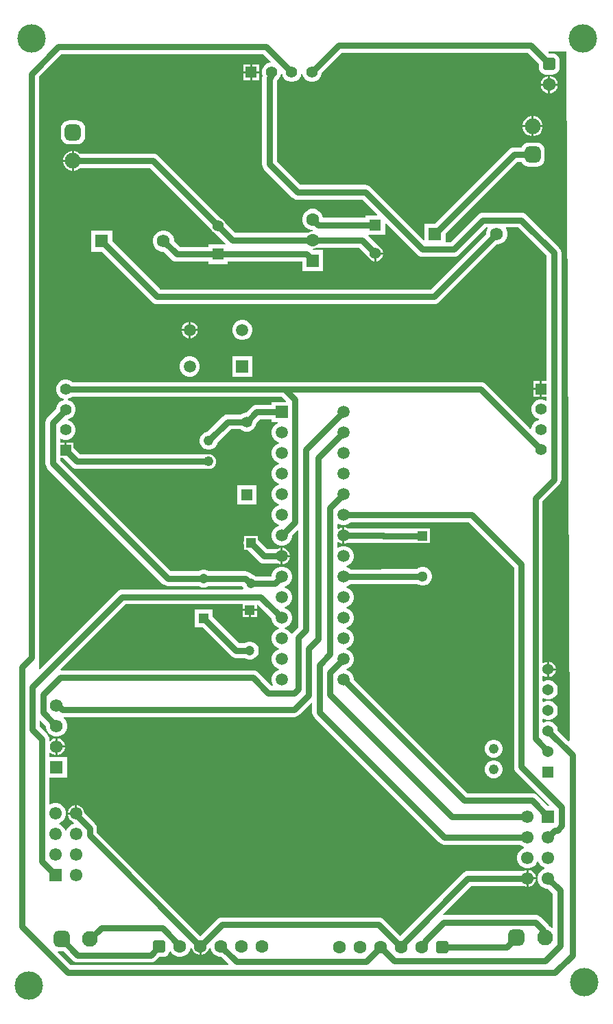
<source format=gbl>
G04*
G04 #@! TF.GenerationSoftware,Altium Limited,Altium Designer,23.1.1 (15)*
G04*
G04 Layer_Physical_Order=2*
G04 Layer_Color=16711680*
%FSLAX44Y44*%
%MOMM*%
G71*
G04*
G04 #@! TF.SameCoordinates,903AE006-7F47-48BF-86F7-E966476BCC6D*
G04*
G04*
G04 #@! TF.FilePolarity,Positive*
G04*
G01*
G75*
%ADD42R,1.4000X1.4000*%
%ADD43C,1.4000*%
%ADD44R,1.5700X1.5700*%
%ADD45C,1.5700*%
%ADD46R,1.4000X1.4000*%
%ADD47C,1.2000*%
%ADD48R,1.2000X1.2000*%
%ADD49R,1.3000X1.3000*%
%ADD50C,1.3000*%
%ADD51C,0.8000*%
%ADD52C,3.5000*%
%ADD53C,1.2100*%
G04:AMPARAMS|DCode=54|XSize=1.95mm|YSize=1.95mm|CornerRadius=0.4875mm|HoleSize=0mm|Usage=FLASHONLY|Rotation=0.000|XOffset=0mm|YOffset=0mm|HoleType=Round|Shape=RoundedRectangle|*
%AMROUNDEDRECTD54*
21,1,1.9500,0.9750,0,0,0.0*
21,1,0.9750,1.9500,0,0,0.0*
1,1,0.9750,0.4875,-0.4875*
1,1,0.9750,-0.4875,-0.4875*
1,1,0.9750,-0.4875,0.4875*
1,1,0.9750,0.4875,0.4875*
%
%ADD54ROUNDEDRECTD54*%
%ADD55C,1.9500*%
%ADD56R,1.5000X1.5000*%
%ADD57C,1.5000*%
%ADD58R,1.5800X1.5800*%
%ADD59C,1.5800*%
%ADD60R,1.4980X1.4980*%
%ADD61C,1.4980*%
%ADD62R,1.3700X1.3700*%
%ADD63C,1.3700*%
G04:AMPARAMS|DCode=64|XSize=1.95mm|YSize=1.95mm|CornerRadius=0.4875mm|HoleSize=0mm|Usage=FLASHONLY|Rotation=90.000|XOffset=0mm|YOffset=0mm|HoleType=Round|Shape=RoundedRectangle|*
%AMROUNDEDRECTD64*
21,1,1.9500,0.9750,0,0,90.0*
21,1,0.9750,1.9500,0,0,90.0*
1,1,0.9750,0.4875,0.4875*
1,1,0.9750,0.4875,-0.4875*
1,1,0.9750,-0.4875,-0.4875*
1,1,0.9750,-0.4875,0.4875*
%
%ADD64ROUNDEDRECTD64*%
%ADD65C,1.6000*%
%ADD66R,1.6000X1.6000*%
G04:AMPARAMS|DCode=67|XSize=1.6mm|YSize=1.6mm|CornerRadius=0.4mm|HoleSize=0mm|Usage=FLASHONLY|Rotation=270.000|XOffset=0mm|YOffset=0mm|HoleType=Round|Shape=RoundedRectangle|*
%AMROUNDEDRECTD67*
21,1,1.6000,0.8000,0,0,270.0*
21,1,0.8000,1.6000,0,0,270.0*
1,1,0.8000,-0.4000,-0.4000*
1,1,0.8000,-0.4000,0.4000*
1,1,0.8000,0.4000,0.4000*
1,1,0.8000,0.4000,-0.4000*
%
%ADD67ROUNDEDRECTD67*%
%ADD68R,1.3500X1.3500*%
%ADD69C,1.3500*%
G04:AMPARAMS|DCode=70|XSize=1.6mm|YSize=1.6mm|CornerRadius=0.4mm|HoleSize=0mm|Usage=FLASHONLY|Rotation=180.000|XOffset=0mm|YOffset=0mm|HoleType=Round|Shape=RoundedRectangle|*
%AMROUNDEDRECTD70*
21,1,1.6000,0.8000,0,0,180.0*
21,1,0.8000,1.6000,0,0,180.0*
1,1,0.8000,-0.4000,0.4000*
1,1,0.8000,0.4000,0.4000*
1,1,0.8000,0.4000,-0.4000*
1,1,0.8000,-0.4000,-0.4000*
%
%ADD70ROUNDEDRECTD70*%
%ADD71C,1.5500*%
%ADD72R,1.5500X1.5500*%
G36*
X922950Y545699D02*
X921777Y545211D01*
X908470Y558518D01*
Y559090D01*
X907662Y562104D01*
X906102Y564806D01*
X903896Y567012D01*
X901194Y568572D01*
X898180Y569380D01*
X895060D01*
X892046Y568572D01*
X890796Y567850D01*
X889696Y568485D01*
Y571975D01*
X890796Y572610D01*
X892046Y571888D01*
X895060Y571080D01*
X898180D01*
X901194Y571888D01*
X903896Y573448D01*
X906102Y575654D01*
X907662Y578356D01*
X908470Y581370D01*
Y584490D01*
X907662Y587504D01*
X906102Y590206D01*
X903896Y592412D01*
X901194Y593972D01*
X898180Y594780D01*
X895060D01*
X892046Y593972D01*
X890796Y593250D01*
X889696Y593885D01*
Y597375D01*
X890796Y598010D01*
X892046Y597288D01*
X895060Y596480D01*
X898180D01*
X901194Y597288D01*
X903896Y598848D01*
X906102Y601054D01*
X907662Y603756D01*
X908470Y606770D01*
Y609890D01*
X907662Y612904D01*
X906102Y615606D01*
X903896Y617812D01*
X901194Y619372D01*
X898180Y620180D01*
X895060D01*
X892046Y619372D01*
X890796Y618650D01*
X889696Y619285D01*
Y625736D01*
X890156Y625927D01*
X890966Y626152D01*
X892996Y624980D01*
X895350Y624349D01*
Y633730D01*
Y643111D01*
X892996Y642480D01*
X890966Y641308D01*
X890156Y641533D01*
X889696Y641724D01*
Y841044D01*
X910151Y861499D01*
X911593Y863379D01*
X912500Y865568D01*
X912810Y867918D01*
Y1147826D01*
X912500Y1150175D01*
X911593Y1152365D01*
X910151Y1154245D01*
X910151Y1154245D01*
X870019Y1194377D01*
X868139Y1195819D01*
X865949Y1196726D01*
X863600Y1197036D01*
X816102D01*
X813753Y1196726D01*
X811563Y1195819D01*
X809683Y1194377D01*
X776274Y1160968D01*
X769820D01*
Y1171002D01*
X858470Y1259652D01*
X863747D01*
X864069Y1258875D01*
X865652Y1256812D01*
X867715Y1255229D01*
X870117Y1254234D01*
X872695Y1253895D01*
X882445D01*
X885023Y1254234D01*
X887425Y1255229D01*
X889488Y1256812D01*
X891071Y1258875D01*
X892066Y1261277D01*
X892405Y1263855D01*
Y1273605D01*
X892066Y1276183D01*
X891071Y1278585D01*
X889488Y1280648D01*
X887425Y1282231D01*
X885023Y1283226D01*
X882445Y1283565D01*
X872695D01*
X870117Y1283226D01*
X867715Y1282231D01*
X865652Y1280648D01*
X864069Y1278585D01*
X863747Y1277808D01*
X854710D01*
X852361Y1277498D01*
X850171Y1276591D01*
X848291Y1275149D01*
X756982Y1183840D01*
X744020D01*
Y1164047D01*
X742847Y1163561D01*
X677741Y1228667D01*
X675861Y1230109D01*
X673671Y1231016D01*
X671322Y1231326D01*
X590754D01*
X561528Y1260552D01*
Y1360172D01*
X561633Y1360309D01*
X562358Y1360728D01*
X564592Y1362962D01*
X566172Y1365698D01*
X566833Y1368163D01*
X568148D01*
X568808Y1365698D01*
X570388Y1362962D01*
X572622Y1360728D01*
X575358Y1359148D01*
X578410Y1358330D01*
X581570D01*
X584622Y1359148D01*
X587358Y1360728D01*
X589593Y1362962D01*
X591172Y1365698D01*
X591833Y1368162D01*
X593148D01*
X593808Y1365698D01*
X595387Y1362962D01*
X597622Y1360728D01*
X600358Y1359148D01*
X603410Y1358330D01*
X606570D01*
X609622Y1359148D01*
X612358Y1360728D01*
X614592Y1362962D01*
X616172Y1365698D01*
X616990Y1368750D01*
Y1369492D01*
X641770Y1394272D01*
X871270D01*
X884812Y1380730D01*
Y1376490D01*
X885122Y1374140D01*
X886029Y1371951D01*
X887471Y1370071D01*
X889351Y1368629D01*
X891541Y1367722D01*
X893890Y1367412D01*
X901890D01*
X904240Y1367722D01*
X906429Y1368629D01*
X908309Y1370071D01*
X909751Y1371951D01*
X910658Y1374140D01*
X910968Y1376490D01*
Y1384490D01*
X910658Y1386839D01*
X909751Y1389029D01*
X908309Y1390909D01*
X906429Y1392351D01*
X904240Y1393258D01*
X901890Y1393568D01*
X897650D01*
X896661Y1394557D01*
X897147Y1395730D01*
X919480D01*
X922950Y545699D01*
D02*
G37*
G36*
X553979Y1383503D02*
X553493Y1382330D01*
X553410D01*
X550358Y1381512D01*
X547622Y1379932D01*
X545388Y1377698D01*
X543808Y1374962D01*
X542990Y1371910D01*
Y1368750D01*
X543726Y1366004D01*
X543682Y1365897D01*
X543682Y1365896D01*
X543681Y1365895D01*
X543527Y1364719D01*
X543372Y1363547D01*
Y1256792D01*
X543682Y1254443D01*
X544589Y1252253D01*
X546031Y1250373D01*
X580575Y1215829D01*
X580575Y1215829D01*
X582455Y1214387D01*
X584645Y1213480D01*
X586994Y1213170D01*
X667562D01*
X685749Y1194984D01*
X685263Y1193810D01*
X671260D01*
Y1190888D01*
X618668D01*
X617904Y1193738D01*
X616193Y1196702D01*
X613772Y1199123D01*
X610808Y1200834D01*
X607501Y1201720D01*
X604078D01*
X600772Y1200834D01*
X597808Y1199123D01*
X595387Y1196702D01*
X593676Y1193738D01*
X592790Y1190432D01*
Y1187009D01*
X593676Y1183702D01*
X595387Y1180738D01*
X597808Y1178317D01*
X600772Y1176606D01*
X604078Y1175720D01*
X605578D01*
X606071Y1175130D01*
X605477Y1173860D01*
X604402D01*
X601722Y1173142D01*
X600433Y1172398D01*
X510210D01*
X497477Y1185131D01*
X496584Y1186678D01*
X494808Y1188454D01*
X493261Y1189347D01*
X415079Y1267529D01*
X413199Y1268971D01*
X411009Y1269878D01*
X408660Y1270188D01*
X318183D01*
X317426Y1270944D01*
X314624Y1272562D01*
X311498Y1273400D01*
X311150D01*
Y1261110D01*
Y1248820D01*
X311498D01*
X314624Y1249658D01*
X317426Y1251276D01*
X318183Y1252032D01*
X404900D01*
X480423Y1176509D01*
X481316Y1174962D01*
X483092Y1173186D01*
X484639Y1172293D01*
X497939Y1158993D01*
X497453Y1157820D01*
X476950D01*
Y1154898D01*
X441580D01*
X434540Y1161938D01*
Y1163699D01*
X433661Y1166979D01*
X431963Y1169921D01*
X429561Y1172323D01*
X426619Y1174021D01*
X423338Y1174900D01*
X419942D01*
X416661Y1174021D01*
X413719Y1172323D01*
X411317Y1169921D01*
X409619Y1166979D01*
X408740Y1163699D01*
Y1160302D01*
X409619Y1157021D01*
X411317Y1154080D01*
X413719Y1151678D01*
X416661Y1149979D01*
X419942Y1149100D01*
X421702D01*
X431401Y1139401D01*
X433282Y1137959D01*
X435471Y1137052D01*
X437820Y1136742D01*
X476950D01*
Y1133820D01*
X500950D01*
Y1136742D01*
X592790D01*
Y1124920D01*
X618790D01*
Y1150920D01*
X606107D01*
X605657Y1151510D01*
X606285Y1152780D01*
X607178D01*
X609858Y1153498D01*
X611147Y1154242D01*
X662990D01*
X674733Y1142499D01*
X675626Y1140952D01*
X677402Y1139176D01*
X679578Y1137920D01*
X681990Y1137274D01*
Y1146810D01*
X683260D01*
Y1148080D01*
X692796D01*
X692150Y1150492D01*
X690894Y1152668D01*
X689118Y1154444D01*
X687571Y1155337D01*
X674368Y1168540D01*
X674894Y1169810D01*
X695260D01*
Y1183813D01*
X696433Y1184299D01*
X735261Y1145471D01*
X735261Y1145471D01*
X737141Y1144028D01*
X739331Y1143122D01*
X741680Y1142812D01*
X741680Y1142812D01*
X780034D01*
X782383Y1143122D01*
X784573Y1144028D01*
X786453Y1145471D01*
X819862Y1178880D01*
X821342D01*
X822076Y1177610D01*
X821099Y1175919D01*
X820220Y1172638D01*
Y1170878D01*
X751890Y1102548D01*
X417730D01*
X358340Y1161938D01*
Y1174900D01*
X332540D01*
Y1149100D01*
X345502D01*
X407551Y1087051D01*
X409431Y1085609D01*
X411621Y1084702D01*
X413970Y1084392D01*
X755650D01*
X757999Y1084702D01*
X760189Y1085609D01*
X762069Y1087051D01*
X833058Y1158040D01*
X834818D01*
X838099Y1158919D01*
X841041Y1160618D01*
X843443Y1163019D01*
X845141Y1165961D01*
X846020Y1169242D01*
Y1172638D01*
X845141Y1175919D01*
X844165Y1177610D01*
X844898Y1178880D01*
X859840D01*
X894654Y1144066D01*
Y989180D01*
X889000D01*
Y979640D01*
Y970100D01*
X894654D01*
Y965769D01*
X893555Y965134D01*
X892362Y965822D01*
X889310Y966640D01*
X886150D01*
X883098Y965822D01*
X880362Y964243D01*
X878128Y962008D01*
X876548Y959272D01*
X875730Y956220D01*
Y953060D01*
X876548Y950008D01*
X878128Y947272D01*
X880362Y945038D01*
X883098Y943458D01*
X885563Y942797D01*
Y941483D01*
X883098Y940822D01*
X880362Y939242D01*
X878128Y937008D01*
X876548Y934272D01*
X875730Y931220D01*
Y931137D01*
X874557Y930651D01*
X819619Y985589D01*
X817739Y987031D01*
X815549Y987938D01*
X813200Y988248D01*
X308883D01*
X308358Y988772D01*
X305622Y990352D01*
X302570Y991170D01*
X299410D01*
X296358Y990352D01*
X293622Y988772D01*
X291388Y986538D01*
X289808Y983802D01*
X288990Y980750D01*
Y977590D01*
X289808Y974538D01*
X291388Y971802D01*
X293622Y969568D01*
X296358Y967988D01*
X298823Y967327D01*
Y966012D01*
X296358Y965352D01*
X293622Y963772D01*
X291388Y961538D01*
X289808Y958802D01*
X288990Y955750D01*
Y955007D01*
X278569Y944587D01*
X277127Y942707D01*
X276220Y940517D01*
X275910Y938168D01*
Y887984D01*
X276220Y885635D01*
X277127Y883445D01*
X278569Y881565D01*
X420793Y739341D01*
X422673Y737899D01*
X424862Y736992D01*
X427212Y736683D01*
X464893D01*
X466924Y735510D01*
X469722Y734760D01*
X472618D01*
X475416Y735510D01*
X477447Y736683D01*
X518968D01*
X519340Y735294D01*
X520384Y733486D01*
X519650Y732216D01*
X370834D01*
X368485Y731906D01*
X366296Y731000D01*
X364416Y729557D01*
X269143Y634285D01*
X267970Y634771D01*
Y1365112D01*
X295860Y1393002D01*
X544480D01*
X553979Y1383503D01*
D02*
G37*
G36*
X572929Y964903D02*
X572443Y963730D01*
X555190D01*
Y960308D01*
X536660D01*
X534310Y959998D01*
X532121Y959091D01*
X530241Y957649D01*
X523422Y950830D01*
X522963D01*
X519975Y950029D01*
X517295Y948483D01*
X516971Y948158D01*
X500930D01*
X498581Y947849D01*
X496391Y946942D01*
X494511Y945499D01*
X475610Y926598D01*
X473255Y925967D01*
X470735Y924512D01*
X468678Y922455D01*
X467223Y919935D01*
X466470Y917125D01*
Y914215D01*
X467223Y911405D01*
X468678Y908885D01*
X470735Y906828D01*
X473255Y905373D01*
X476065Y904620D01*
X478975D01*
X481785Y905373D01*
X484305Y906828D01*
X486362Y908885D01*
X487817Y911405D01*
X488448Y913760D01*
X504690Y930003D01*
X516971D01*
X517295Y929678D01*
X519975Y928131D01*
X522963Y927330D01*
X526057D01*
X529045Y928131D01*
X531725Y929678D01*
X533912Y931865D01*
X535459Y934545D01*
X536260Y937533D01*
Y937992D01*
X540420Y942152D01*
X555190D01*
Y938730D01*
X562630D01*
X562865Y937478D01*
X560015Y935833D01*
X557687Y933505D01*
X556042Y930655D01*
X555190Y927476D01*
Y924184D01*
X556042Y921005D01*
X557687Y918155D01*
X560015Y915827D01*
X562865Y914182D01*
X564337Y913787D01*
Y912473D01*
X562865Y912078D01*
X560015Y910433D01*
X557687Y908105D01*
X556042Y905255D01*
X555190Y902076D01*
Y898784D01*
X556042Y895605D01*
X557687Y892755D01*
X560015Y890427D01*
X562865Y888782D01*
X564337Y888387D01*
Y887073D01*
X562865Y886678D01*
X560015Y885033D01*
X557687Y882705D01*
X556042Y879855D01*
X555190Y876676D01*
Y873384D01*
X556042Y870205D01*
X557687Y867355D01*
X560015Y865027D01*
X562865Y863382D01*
X564337Y862987D01*
Y861673D01*
X562865Y861278D01*
X560015Y859632D01*
X557687Y857305D01*
X556042Y854455D01*
X555190Y851276D01*
Y847984D01*
X556042Y844805D01*
X557687Y841955D01*
X560015Y839628D01*
X562865Y837982D01*
X564337Y837587D01*
Y836273D01*
X562865Y835878D01*
X560015Y834232D01*
X557687Y831905D01*
X556042Y829055D01*
X555190Y825876D01*
Y822584D01*
X556042Y819405D01*
X557687Y816555D01*
X560015Y814228D01*
X562865Y812582D01*
X564337Y812187D01*
Y810873D01*
X562865Y810478D01*
X560015Y808832D01*
X557687Y806505D01*
X556042Y803655D01*
X555190Y800476D01*
Y797184D01*
X556042Y794005D01*
X557687Y791155D01*
X560015Y788828D01*
X562865Y787182D01*
X566044Y786330D01*
X569336D01*
X572515Y787182D01*
X575365Y788828D01*
X577692Y791155D01*
X579338Y794005D01*
X580190Y797184D01*
Y798492D01*
X587157Y805459D01*
X588330Y804973D01*
Y686004D01*
X581291Y678965D01*
X580252Y677611D01*
X578820Y677624D01*
X578760Y677656D01*
X577692Y679505D01*
X575365Y681833D01*
X572515Y683478D01*
X571043Y683873D01*
Y685187D01*
X572515Y685582D01*
X575365Y687227D01*
X577692Y689555D01*
X579338Y692405D01*
X580190Y695584D01*
Y698876D01*
X579338Y702055D01*
X577692Y704905D01*
X575365Y707233D01*
X572515Y708878D01*
X571043Y709273D01*
Y710587D01*
X572515Y710982D01*
X575365Y712627D01*
X577692Y714955D01*
X579338Y717805D01*
X580190Y720984D01*
Y724276D01*
X579338Y727455D01*
X577692Y730305D01*
X575365Y732633D01*
X572515Y734278D01*
X571043Y734673D01*
Y735987D01*
X572515Y736382D01*
X575365Y738027D01*
X577692Y740355D01*
X579338Y743205D01*
X580190Y746384D01*
Y749676D01*
X579338Y752855D01*
X577692Y755705D01*
X575365Y758033D01*
X572515Y759678D01*
X569336Y760530D01*
X566044D01*
X562865Y759678D01*
X560015Y758033D01*
X557687Y755705D01*
X556042Y752855D01*
X555190Y749676D01*
Y748617D01*
X535867D01*
X533836Y749790D01*
X531038Y750540D01*
X530962D01*
X529323Y752179D01*
X527443Y753622D01*
X525253Y754529D01*
X522904Y754838D01*
X477447D01*
X475416Y756011D01*
X472618Y756760D01*
X469722D01*
X466924Y756011D01*
X464893Y754838D01*
X430972D01*
X294066Y891744D01*
Y894630D01*
X297692D01*
X308471Y883851D01*
X310351Y882409D01*
X312540Y881502D01*
X314890Y881192D01*
X477520D01*
X479869Y881502D01*
X482059Y882409D01*
X483939Y883851D01*
X485382Y885731D01*
X486288Y887921D01*
X486598Y890270D01*
X486288Y892619D01*
X485382Y894809D01*
X483939Y896689D01*
X482059Y898131D01*
X479869Y899038D01*
X477520Y899348D01*
X318650D01*
X310530Y907468D01*
Y913710D01*
X302260D01*
Y904170D01*
X299720D01*
Y913710D01*
X294066D01*
Y918042D01*
X295166Y918677D01*
X296358Y917988D01*
X299410Y917170D01*
X302570D01*
X305622Y917988D01*
X308358Y919568D01*
X310592Y921802D01*
X312172Y924538D01*
X312990Y927590D01*
Y930750D01*
X312172Y933802D01*
X310592Y936538D01*
X308358Y938773D01*
X305622Y940352D01*
X303158Y941012D01*
Y942327D01*
X305622Y942988D01*
X308358Y944567D01*
X310592Y946802D01*
X312172Y949538D01*
X312990Y952590D01*
Y955750D01*
X312172Y958802D01*
X310592Y961538D01*
X308358Y963772D01*
X305622Y965352D01*
X303157Y966012D01*
Y967327D01*
X305622Y967988D01*
X308358Y969568D01*
X308883Y970092D01*
X567740D01*
X572929Y964903D01*
D02*
G37*
G36*
X854522Y759510D02*
Y513368D01*
X854832Y511019D01*
X855739Y508829D01*
X857181Y506949D01*
X863380Y500750D01*
X863531Y500554D01*
X885218Y478866D01*
X885415Y478715D01*
X897554Y466576D01*
X897097Y465237D01*
X896427Y465151D01*
X883227Y478351D01*
X881347Y479794D01*
X879157Y480700D01*
X876808Y481010D01*
X796748D01*
X656390Y621368D01*
Y622676D01*
X655538Y625855D01*
X653893Y628705D01*
X651565Y631032D01*
X648715Y632678D01*
X647243Y633073D01*
Y634387D01*
X648715Y634782D01*
X651565Y636427D01*
X653893Y638755D01*
X655538Y641605D01*
X656390Y644784D01*
Y648076D01*
X655538Y651255D01*
X653893Y654105D01*
X651565Y656432D01*
X648715Y658078D01*
X647243Y658473D01*
Y659787D01*
X648715Y660182D01*
X651565Y661827D01*
X653893Y664155D01*
X655538Y667005D01*
X656390Y670184D01*
Y673476D01*
X655538Y676655D01*
X653893Y679505D01*
X651565Y681833D01*
X648715Y683478D01*
X647243Y683873D01*
Y685187D01*
X648715Y685582D01*
X651565Y687227D01*
X653893Y689555D01*
X655538Y692405D01*
X656390Y695584D01*
Y698876D01*
X655538Y702055D01*
X653893Y704905D01*
X651565Y707233D01*
X648715Y708878D01*
X647243Y709273D01*
Y710587D01*
X648715Y710982D01*
X651565Y712627D01*
X653893Y714955D01*
X655538Y717805D01*
X656390Y720984D01*
Y724276D01*
X655538Y727455D01*
X653893Y730305D01*
X651565Y732633D01*
X648715Y734278D01*
X647243Y734673D01*
Y735987D01*
X648715Y736382D01*
X651565Y738027D01*
X652490Y738952D01*
X692658D01*
X695007Y739262D01*
X695226Y739352D01*
X734494D01*
X734619Y739228D01*
X737241Y737713D01*
X740166Y736930D01*
X743194D01*
X746119Y737713D01*
X748741Y739228D01*
X750882Y741369D01*
X752396Y743991D01*
X753180Y746916D01*
Y749944D01*
X752396Y752869D01*
X750882Y755491D01*
X748741Y757632D01*
X746119Y759146D01*
X743194Y759930D01*
X740166D01*
X737241Y759146D01*
X734619Y757632D01*
X734494Y757507D01*
X693058D01*
X693058Y757507D01*
X690708Y757198D01*
X690490Y757108D01*
X652490D01*
X651565Y758033D01*
X648715Y759678D01*
X647243Y760073D01*
Y761387D01*
X648715Y761782D01*
X651565Y763428D01*
X653893Y765755D01*
X655538Y768605D01*
X656390Y771784D01*
Y775076D01*
X655538Y778255D01*
X653893Y781105D01*
X651565Y783432D01*
X648715Y785078D01*
X645536Y785930D01*
X642244D01*
X639065Y785078D01*
X637557Y784208D01*
X636458Y784843D01*
Y790404D01*
X637631Y790890D01*
X637725Y790796D01*
X640015Y789474D01*
X642568Y788790D01*
X642620D01*
Y798830D01*
Y808870D01*
X642568D01*
X640015Y808186D01*
X637725Y806864D01*
X637631Y806770D01*
X636458Y807256D01*
Y812817D01*
X637557Y813452D01*
X639065Y812582D01*
X642244Y811730D01*
X645536D01*
X648715Y812582D01*
X651565Y814228D01*
X652490Y815152D01*
X798880D01*
X854522Y759510D01*
D02*
G37*
G36*
X519780Y708260D02*
X528320D01*
X536860D01*
Y713799D01*
X538130Y713952D01*
X555190Y696892D01*
Y695584D01*
X556042Y692405D01*
X557687Y689555D01*
X560015Y687227D01*
X562865Y685582D01*
X564337Y685187D01*
Y683873D01*
X562865Y683478D01*
X560015Y681833D01*
X557687Y679505D01*
X556042Y676655D01*
X555190Y673476D01*
Y670184D01*
X556042Y667005D01*
X557687Y664155D01*
X560015Y661827D01*
X562865Y660182D01*
X564337Y659787D01*
Y658473D01*
X562865Y658078D01*
X560015Y656432D01*
X557687Y654105D01*
X556042Y651255D01*
X555190Y648076D01*
Y644784D01*
X556042Y641605D01*
X557687Y638755D01*
X560015Y636427D01*
X562865Y634782D01*
X564337Y634387D01*
Y633073D01*
X562865Y632678D01*
X560015Y631032D01*
X557687Y628705D01*
X556042Y625855D01*
X555190Y622676D01*
Y619384D01*
X556042Y616205D01*
X556912Y614697D01*
X556277Y613598D01*
X554940D01*
X538549Y629989D01*
X536669Y631432D01*
X534479Y632338D01*
X532130Y632648D01*
X294978D01*
X294452Y633918D01*
X374594Y714060D01*
X519780D01*
Y708260D01*
D02*
G37*
G36*
X605302Y592075D02*
Y580690D01*
X605611Y578341D01*
X606518Y576151D01*
X607961Y574271D01*
X761931Y420301D01*
X763811Y418858D01*
X766001Y417952D01*
X768350Y417642D01*
X862266D01*
X863391Y416517D01*
X866299Y414839D01*
X866985Y414655D01*
Y413385D01*
X866299Y413201D01*
X863391Y411522D01*
X861018Y409149D01*
X859339Y406241D01*
X858470Y402999D01*
Y399641D01*
X859339Y396399D01*
X861018Y393491D01*
X863391Y391118D01*
X866299Y389439D01*
X869541Y388570D01*
X872899D01*
X876141Y389439D01*
X879049Y391118D01*
X881423Y393491D01*
X883101Y396399D01*
X883285Y397085D01*
X884555D01*
X884739Y396399D01*
X886417Y393491D01*
X888791Y391118D01*
X891699Y389439D01*
X892385Y389255D01*
Y387985D01*
X891699Y387801D01*
X888791Y386123D01*
X886417Y383749D01*
X884739Y380841D01*
X883870Y377599D01*
Y374241D01*
X884739Y370999D01*
X886417Y368091D01*
X888791Y365718D01*
X891699Y364039D01*
X894941Y363170D01*
X896532D01*
X902274Y357428D01*
Y315826D01*
X901004Y315148D01*
X899517Y316141D01*
X898295Y316647D01*
X898191Y316899D01*
X898191Y316899D01*
X898191Y316899D01*
X897295Y318067D01*
X896749Y318779D01*
X887289Y328239D01*
X887289Y328239D01*
X887289Y328239D01*
X885409Y329682D01*
X884062Y330240D01*
X883220Y330589D01*
X883220Y330589D01*
X883219Y330589D01*
X882237Y330718D01*
X880870Y330898D01*
X880870Y330898D01*
X880870Y330898D01*
X767847D01*
X767070Y330796D01*
X766477Y331999D01*
X801320Y366842D01*
X866363D01*
X867248Y366331D01*
X869865Y365630D01*
X869950D01*
Y375920D01*
Y386210D01*
X869865D01*
X867248Y385509D01*
X866363Y384998D01*
X797560D01*
X797560Y384998D01*
X795211Y384688D01*
X793021Y383782D01*
X791141Y382339D01*
X713740Y304938D01*
X693489Y325189D01*
X691609Y326632D01*
X689419Y327538D01*
X687070Y327848D01*
X494030D01*
X491680Y327538D01*
X489491Y326632D01*
X487611Y325189D01*
X467360Y304938D01*
X339517Y432780D01*
Y437468D01*
X339208Y439818D01*
X338301Y442007D01*
X336859Y443887D01*
X323980Y456766D01*
Y457285D01*
X323279Y459902D01*
X321924Y462248D01*
X320008Y464164D01*
X317662Y465519D01*
X315045Y466220D01*
X314960D01*
Y455930D01*
X313690D01*
Y454660D01*
X303400D01*
Y454575D01*
X304101Y451958D01*
X305456Y449612D01*
X307372Y447696D01*
X307378Y447692D01*
X310939Y444131D01*
X310610Y442905D01*
X308769Y442411D01*
X305861Y440732D01*
X303487Y438359D01*
X301809Y435451D01*
X301625Y434765D01*
X300355D01*
X300171Y435451D01*
X298493Y438359D01*
X296119Y440732D01*
X293211Y442411D01*
X292525Y442595D01*
Y443865D01*
X293211Y444049D01*
X296119Y445728D01*
X298493Y448101D01*
X300171Y451009D01*
X301040Y454251D01*
Y457609D01*
X300171Y460851D01*
X298493Y463759D01*
X296119Y466133D01*
X293211Y467811D01*
X289969Y468680D01*
X286611D01*
X283369Y467811D01*
X281703Y466850D01*
X280604Y467485D01*
Y500230D01*
X302410D01*
Y525930D01*
X280604D01*
Y530947D01*
X281874Y531473D01*
X283180Y530166D01*
X285550Y528798D01*
X288192Y528090D01*
X288290D01*
Y538480D01*
Y548870D01*
X288192D01*
X285550Y548162D01*
X283180Y546794D01*
X281874Y545487D01*
X280604Y546013D01*
Y547613D01*
X280294Y549962D01*
X279387Y552152D01*
X277945Y554032D01*
X277945Y554032D01*
X268787Y563190D01*
Y570156D01*
X269960Y570642D01*
X276710Y563892D01*
Y562188D01*
X277586Y558920D01*
X279277Y555990D01*
X281670Y553597D01*
X284600Y551906D01*
X287868Y551030D01*
X291252D01*
X294520Y551906D01*
X297450Y553597D01*
X299842Y555990D01*
X301534Y558920D01*
X302410Y562188D01*
Y565572D01*
X301534Y568840D01*
X299842Y571770D01*
X297760Y573852D01*
X298199Y575122D01*
X582930D01*
X585279Y575432D01*
X587469Y576339D01*
X589349Y577781D01*
X604129Y592561D01*
X605302Y592075D01*
D02*
G37*
G36*
X468630Y281560D02*
X468748D01*
X471428Y282278D01*
X473832Y283666D01*
X475794Y285628D01*
X477182Y288032D01*
X477567Y289469D01*
X478590Y290492D01*
X479870Y289977D01*
X480646Y287082D01*
X482357Y284118D01*
X484778Y281697D01*
X487742Y279986D01*
X491049Y279100D01*
X492922D01*
X501929Y270093D01*
X501443Y268920D01*
X307036D01*
X291071Y284885D01*
X291597Y286155D01*
X297908D01*
X309303Y274759D01*
X309303Y274759D01*
X311183Y273316D01*
X313372Y272410D01*
X315722Y272100D01*
X315722Y272100D01*
X405638D01*
X407987Y272410D01*
X410177Y273316D01*
X412057Y274759D01*
X416320Y279022D01*
X420560D01*
X422910Y279332D01*
X425099Y280239D01*
X426979Y281681D01*
X428421Y283561D01*
X429253Y285569D01*
X429864Y285754D01*
X430610Y285758D01*
X431557Y284118D01*
X433978Y281697D01*
X436942Y279986D01*
X440248Y279100D01*
X443671D01*
X446978Y279986D01*
X449942Y281697D01*
X452363Y284118D01*
X454074Y287082D01*
X454850Y289977D01*
X456130Y290492D01*
X457153Y289469D01*
X457538Y288032D01*
X458926Y285628D01*
X460888Y283666D01*
X463292Y282278D01*
X465972Y281560D01*
X466090D01*
Y292100D01*
X468630D01*
Y281560D01*
D02*
G37*
%LPC*%
G36*
X899278Y1365630D02*
X899160D01*
Y1356360D01*
X908430D01*
Y1356478D01*
X907712Y1359158D01*
X906324Y1361562D01*
X904362Y1363524D01*
X901958Y1364912D01*
X899278Y1365630D01*
D02*
G37*
G36*
X896620D02*
X896502D01*
X893822Y1364912D01*
X891418Y1363524D01*
X889456Y1361562D01*
X888068Y1359158D01*
X887350Y1356478D01*
Y1356360D01*
X896620D01*
Y1365630D01*
D02*
G37*
G36*
X908430Y1353820D02*
X899160D01*
Y1344550D01*
X899278D01*
X901958Y1345268D01*
X904362Y1346656D01*
X906324Y1348618D01*
X907712Y1351022D01*
X908430Y1353702D01*
Y1353820D01*
D02*
G37*
G36*
X896620D02*
X887350D01*
Y1353702D01*
X888068Y1351022D01*
X889456Y1348618D01*
X891418Y1346656D01*
X893822Y1345268D01*
X896502Y1344550D01*
X896620D01*
Y1353820D01*
D02*
G37*
G36*
X879188Y1316020D02*
X878840D01*
Y1305000D01*
X889860D01*
Y1305348D01*
X889023Y1308474D01*
X887404Y1311276D01*
X885116Y1313565D01*
X882314Y1315183D01*
X879188Y1316020D01*
D02*
G37*
G36*
X876300D02*
X875952D01*
X872826Y1315183D01*
X870024Y1313565D01*
X867736Y1311276D01*
X866117Y1308474D01*
X865280Y1305348D01*
Y1305000D01*
X876300D01*
Y1316020D01*
D02*
G37*
G36*
X889860Y1302460D02*
X878840D01*
Y1291440D01*
X879188D01*
X882314Y1292278D01*
X885116Y1293896D01*
X887404Y1296184D01*
X889023Y1298986D01*
X889860Y1302112D01*
Y1302460D01*
D02*
G37*
G36*
X876300D02*
X865280D01*
Y1302112D01*
X866117Y1298986D01*
X867736Y1296184D01*
X870024Y1293896D01*
X872826Y1292278D01*
X875952Y1291440D01*
X876300D01*
Y1302460D01*
D02*
G37*
G36*
X897890Y643111D02*
Y635000D01*
X906001D01*
X905370Y637354D01*
X904134Y639496D01*
X902386Y641244D01*
X900244Y642480D01*
X897890Y643111D01*
D02*
G37*
G36*
X906001Y632460D02*
X897890D01*
Y624349D01*
X900244Y624980D01*
X902386Y626216D01*
X904134Y627964D01*
X905370Y630106D01*
X906001Y632460D01*
D02*
G37*
G36*
X539530Y1379870D02*
X531260D01*
Y1371600D01*
X539530D01*
Y1379870D01*
D02*
G37*
G36*
X528720D02*
X520450D01*
Y1371600D01*
X528720D01*
Y1379870D01*
D02*
G37*
G36*
X539530Y1369060D02*
X531260D01*
Y1360790D01*
X539530D01*
Y1369060D01*
D02*
G37*
G36*
X528720D02*
X520450D01*
Y1360790D01*
X528720D01*
Y1369060D01*
D02*
G37*
G36*
X314755Y1310945D02*
X305005D01*
X302427Y1310606D01*
X300025Y1309611D01*
X297962Y1308028D01*
X296379Y1305965D01*
X295384Y1303563D01*
X295045Y1300985D01*
Y1291235D01*
X295384Y1288657D01*
X296379Y1286255D01*
X297962Y1284192D01*
X300025Y1282609D01*
X302427Y1281614D01*
X305005Y1281275D01*
X314755D01*
X317333Y1281614D01*
X319735Y1282609D01*
X321798Y1284192D01*
X323381Y1286255D01*
X324376Y1288657D01*
X324715Y1291235D01*
Y1300985D01*
X324376Y1303563D01*
X323381Y1305965D01*
X321798Y1308028D01*
X319735Y1309611D01*
X317333Y1310606D01*
X314755Y1310945D01*
D02*
G37*
G36*
X308610Y1273400D02*
X308262D01*
X305136Y1272562D01*
X302334Y1270944D01*
X300046Y1268656D01*
X298428Y1265854D01*
X297590Y1262728D01*
Y1262380D01*
X308610D01*
Y1273400D01*
D02*
G37*
G36*
Y1259840D02*
X297590D01*
Y1259492D01*
X298428Y1256366D01*
X300046Y1253564D01*
X302334Y1251276D01*
X305136Y1249658D01*
X308262Y1248820D01*
X308610D01*
Y1259840D01*
D02*
G37*
G36*
X692796Y1145540D02*
X684530D01*
Y1137274D01*
X686942Y1137920D01*
X689118Y1139176D01*
X690894Y1140952D01*
X692150Y1143128D01*
X692796Y1145540D01*
D02*
G37*
G36*
X455231Y1062500D02*
X455180D01*
Y1053740D01*
X463940D01*
Y1053790D01*
X463257Y1056341D01*
X461936Y1058628D01*
X460069Y1060496D01*
X457782Y1061816D01*
X455231Y1062500D01*
D02*
G37*
G36*
X452640D02*
X452590D01*
X450039Y1061816D01*
X447752Y1060496D01*
X445884Y1058628D01*
X444564Y1056341D01*
X443880Y1053790D01*
Y1053740D01*
X452640D01*
Y1062500D01*
D02*
G37*
G36*
X463940Y1051200D02*
X455180D01*
Y1042440D01*
X455231D01*
X457782Y1043123D01*
X460069Y1044444D01*
X461936Y1046311D01*
X463257Y1048598D01*
X463940Y1051149D01*
Y1051200D01*
D02*
G37*
G36*
X452640D02*
X443880D01*
Y1051149D01*
X444564Y1048598D01*
X445884Y1046311D01*
X447752Y1044444D01*
X450039Y1043123D01*
X452590Y1042440D01*
X452640D01*
Y1051200D01*
D02*
G37*
G36*
X520554Y1064960D02*
X517266D01*
X514089Y1064109D01*
X511241Y1062464D01*
X508915Y1060139D01*
X507271Y1057291D01*
X506420Y1054114D01*
Y1050826D01*
X507271Y1047649D01*
X508915Y1044801D01*
X511241Y1042475D01*
X514089Y1040831D01*
X517266Y1039980D01*
X520554D01*
X523731Y1040831D01*
X526579Y1042475D01*
X528904Y1044801D01*
X530549Y1047649D01*
X531400Y1050826D01*
Y1054114D01*
X530549Y1057291D01*
X528904Y1060139D01*
X526579Y1062464D01*
X523731Y1064109D01*
X520554Y1064960D01*
D02*
G37*
G36*
X531400Y1019960D02*
X506420D01*
Y994980D01*
X531400D01*
Y1019960D01*
D02*
G37*
G36*
X455555D02*
X452266D01*
X449089Y1019109D01*
X446241Y1017465D01*
X443916Y1015139D01*
X442271Y1012291D01*
X441420Y1009115D01*
Y1005826D01*
X442271Y1002649D01*
X443916Y999801D01*
X446241Y997476D01*
X449089Y995831D01*
X452266Y994980D01*
X455555D01*
X458731Y995831D01*
X461579Y997476D01*
X463905Y999801D01*
X465549Y1002649D01*
X466400Y1005826D01*
Y1009115D01*
X465549Y1012291D01*
X463905Y1015139D01*
X461579Y1017465D01*
X458731Y1019109D01*
X455555Y1019960D01*
D02*
G37*
G36*
X886460Y989180D02*
X878190D01*
Y980910D01*
X886460D01*
Y989180D01*
D02*
G37*
G36*
Y978370D02*
X878190D01*
Y970100D01*
X886460D01*
Y978370D01*
D02*
G37*
G36*
X536260Y860830D02*
X512760D01*
Y837330D01*
X536260D01*
Y860830D01*
D02*
G37*
G36*
X569012Y783470D02*
X568960D01*
Y774700D01*
X577730D01*
Y774752D01*
X577046Y777305D01*
X575724Y779595D01*
X573855Y781464D01*
X571565Y782786D01*
X569012Y783470D01*
D02*
G37*
G36*
X577730Y772160D02*
X568960D01*
Y763390D01*
X569012D01*
X571565Y764074D01*
X573855Y765396D01*
X575724Y767265D01*
X577046Y769555D01*
X577730Y772108D01*
Y772160D01*
D02*
G37*
G36*
X529590Y798618D02*
X527241Y798308D01*
X526689Y798080D01*
X521050D01*
Y792441D01*
X520822Y791890D01*
X520512Y789540D01*
X520822Y787191D01*
X521050Y786639D01*
Y781000D01*
X525292D01*
X539281Y767011D01*
X541161Y765568D01*
X543351Y764662D01*
X545700Y764352D01*
X563333D01*
X563815Y764074D01*
X566368Y763390D01*
X566420D01*
Y773430D01*
Y783470D01*
X566368D01*
X563815Y782786D01*
X563333Y782508D01*
X549460D01*
X538130Y793838D01*
Y798080D01*
X532491D01*
X531939Y798308D01*
X529590Y798618D01*
D02*
G37*
G36*
X645212Y808870D02*
X645160D01*
Y798830D01*
Y788790D01*
X645212D01*
X647765Y789474D01*
X648247Y789752D01*
X690490D01*
X690708Y789662D01*
X693058Y789352D01*
X693058Y789353D01*
X741680D01*
X741966Y789390D01*
X750720D01*
Y798144D01*
X750758Y798430D01*
X750720Y798716D01*
Y807470D01*
X741966D01*
X741680Y807508D01*
X695226D01*
X695007Y807598D01*
X692658Y807908D01*
X648247D01*
X647765Y808186D01*
X645212Y808870D01*
D02*
G37*
G36*
X830765Y546990D02*
X827855D01*
X825045Y546237D01*
X822525Y544782D01*
X820468Y542725D01*
X819013Y540205D01*
X818260Y537395D01*
Y534485D01*
X819013Y531675D01*
X820468Y529155D01*
X822525Y527098D01*
X825045Y525643D01*
X827855Y524890D01*
X830765D01*
X833575Y525643D01*
X836095Y527098D01*
X838152Y529155D01*
X839607Y531675D01*
X840360Y534485D01*
Y537395D01*
X839607Y540205D01*
X838152Y542725D01*
X836095Y544782D01*
X833575Y546237D01*
X830765Y546990D01*
D02*
G37*
G36*
Y521590D02*
X827855D01*
X825045Y520837D01*
X822525Y519382D01*
X820468Y517325D01*
X819013Y514805D01*
X818260Y511995D01*
Y509085D01*
X819013Y506275D01*
X820468Y503755D01*
X822525Y501698D01*
X825045Y500243D01*
X827855Y499490D01*
X830765D01*
X833575Y500243D01*
X836095Y501698D01*
X838152Y503755D01*
X839607Y506275D01*
X840360Y509085D01*
Y511995D01*
X839607Y514805D01*
X838152Y517325D01*
X836095Y519382D01*
X833575Y520837D01*
X830765Y521590D01*
D02*
G37*
G36*
X536860Y705720D02*
X529590D01*
Y698450D01*
X536860D01*
Y705720D01*
D02*
G37*
G36*
X527050D02*
X519780D01*
Y698450D01*
X527050D01*
Y705720D01*
D02*
G37*
G36*
X482170Y707960D02*
X460170D01*
Y685960D01*
X469332D01*
X504722Y650571D01*
X506602Y649128D01*
X508791Y648222D01*
X511141Y647912D01*
X522043D01*
X524074Y646739D01*
X526872Y645990D01*
X529768D01*
X532566Y646739D01*
X535074Y648188D01*
X537122Y650236D01*
X538570Y652744D01*
X539320Y655542D01*
Y658438D01*
X538570Y661236D01*
X537122Y663744D01*
X535074Y665792D01*
X532566Y667240D01*
X529768Y667990D01*
X526872D01*
X524074Y667240D01*
X522043Y666067D01*
X514901D01*
X482170Y698798D01*
Y707960D01*
D02*
G37*
G36*
X290928Y548870D02*
X290830D01*
Y539750D01*
X299950D01*
Y539848D01*
X299242Y542490D01*
X297874Y544860D01*
X295940Y546794D01*
X293570Y548162D01*
X290928Y548870D01*
D02*
G37*
G36*
X299950Y537210D02*
X290830D01*
Y528090D01*
X290928D01*
X293570Y528798D01*
X295940Y530166D01*
X297874Y532100D01*
X299242Y534470D01*
X299950Y537112D01*
Y537210D01*
D02*
G37*
G36*
X312420Y466220D02*
X312335D01*
X309718Y465519D01*
X307372Y464164D01*
X305456Y462248D01*
X304101Y459902D01*
X303400Y457285D01*
Y457200D01*
X312420D01*
Y466220D01*
D02*
G37*
G36*
X872575Y386210D02*
X872490D01*
Y377190D01*
X881510D01*
Y377275D01*
X880809Y379892D01*
X879454Y382238D01*
X877538Y384154D01*
X875192Y385509D01*
X872575Y386210D01*
D02*
G37*
G36*
X881510Y374650D02*
X872490D01*
Y365630D01*
X872575D01*
X875192Y366331D01*
X877538Y367686D01*
X879454Y369602D01*
X880809Y371948D01*
X881510Y374565D01*
Y374650D01*
D02*
G37*
%LPD*%
D42*
X488950Y1145820D02*
D03*
X683260Y1181810D02*
D03*
X887730Y979640D02*
D03*
X300990Y904170D02*
D03*
D43*
X488950Y1180820D02*
D03*
X683260Y1146810D02*
D03*
X887730Y954640D02*
D03*
Y929640D02*
D03*
Y904640D02*
D03*
X300990Y929170D02*
D03*
Y954170D02*
D03*
Y979170D02*
D03*
X604990Y1370330D02*
D03*
X579990D02*
D03*
X554990D02*
D03*
D44*
X289560Y513080D02*
D03*
D45*
Y538480D02*
D03*
Y563880D02*
D03*
Y589280D02*
D03*
D46*
X529990Y1370330D02*
D03*
D47*
X471170Y745760D02*
D03*
X529590Y739540D02*
D03*
X528320Y656990D02*
D03*
D48*
X471170Y696960D02*
D03*
X529590Y789540D02*
D03*
X528320Y706990D02*
D03*
D49*
X741680Y798430D02*
D03*
D50*
Y748430D02*
D03*
D51*
X437820Y1145820D02*
X597890D01*
X427212Y745760D02*
X522904D01*
X529124Y739540D02*
X559200D01*
X614380Y580690D02*
X768350Y426720D01*
X614380Y580690D02*
Y639295D01*
X768350Y426720D02*
X871220D01*
X553842Y1364940D02*
Y1369182D01*
X552450Y1363547D02*
X553842Y1364940D01*
X552450Y1256792D02*
X586994Y1222248D01*
X553842Y1369182D02*
X554990Y1370330D01*
X552450Y1256792D02*
Y1363547D01*
X643890Y824230D02*
X802640D01*
X863600Y513368D02*
Y763270D01*
X802640Y824230D02*
X863600Y763270D01*
X467360Y292100D02*
X494030Y318770D01*
X687070D02*
X715010Y290830D01*
X494030Y318770D02*
X687070D01*
X330440Y429020D02*
X467360Y292100D01*
X344880Y314960D02*
X420085D01*
X330910Y300990D02*
X344880Y314960D01*
X420085D02*
X441960Y293085D01*
Y292100D02*
Y293085D01*
X330440Y429020D02*
Y437468D01*
X313690Y454218D02*
Y455930D01*
Y454218D02*
X330440Y437468D01*
X767847Y321820D02*
X880870D01*
X890329Y305271D02*
X892530Y303070D01*
X890329Y305271D02*
Y312361D01*
X880870Y321820D02*
X890329Y312361D01*
X744410Y298384D02*
X767847Y321820D01*
X740410Y292995D02*
X744410Y296995D01*
Y298384D01*
X740410Y290830D02*
Y292995D01*
X719010Y297370D02*
X797560Y375920D01*
X715010Y290830D02*
Y292995D01*
X719010Y296995D01*
Y297370D01*
X797560Y375920D02*
X871220D01*
X863600Y513368D02*
X869950Y507018D01*
X880618Y548132D02*
Y844804D01*
X903732Y867918D01*
X880618Y548132D02*
X896620Y532130D01*
X869950Y506972D02*
Y507018D01*
X891637Y485285D02*
X891683D01*
X913370Y463598D01*
X896620Y426934D02*
X905056Y435370D01*
X869950Y506972D02*
X891637Y485285D01*
X905056Y435370D02*
X908098D01*
X896620Y426720D02*
Y426934D01*
X913370Y440642D02*
Y463598D01*
X908098Y435370D02*
X913370Y440642D01*
X926370Y281210D02*
Y527780D01*
X600710Y601980D02*
Y659546D01*
X583023Y604520D02*
X587710Y609206D01*
X600710Y659546D02*
X612394Y671229D01*
X582930Y584200D02*
X600710Y601980D01*
X587710Y609206D02*
Y672546D01*
X551180Y604520D02*
X583023D01*
X587710Y672546D02*
X597408Y682244D01*
X627380Y602431D02*
X777691Y452120D01*
X614380Y639295D02*
X627380Y652295D01*
Y602431D02*
Y629920D01*
X643890Y646430D01*
X289560Y589280D02*
X291644D01*
X296724Y584200D01*
X582930D01*
X532130Y623570D02*
X551180Y604520D01*
X272710Y602402D02*
X293878Y623570D01*
X532130D01*
X272710Y580730D02*
Y602402D01*
Y580730D02*
X289560Y563880D01*
X559200Y739540D02*
X567690Y748030D01*
X522904Y745760D02*
X529124Y739540D01*
X597890Y1145820D02*
X605790Y1137920D01*
X780034Y1151890D02*
X816102Y1187958D01*
X671322Y1222248D02*
X741680Y1151890D01*
X780034D01*
X586994Y1222248D02*
X671322D01*
X604990Y1370330D02*
X638010Y1403350D01*
X875030D02*
X897890Y1380490D01*
X638010Y1403350D02*
X875030D01*
X258318Y1368298D02*
X292100Y1402080D01*
X548240D02*
X579990Y1370330D01*
X292100Y1402080D02*
X548240D01*
X258318Y648439D02*
Y1368298D01*
X421640Y1162000D02*
X437820Y1145820D01*
X845290Y290830D02*
X857530Y303070D01*
X765810Y290830D02*
X845290D01*
X896620Y375920D02*
X911352Y361188D01*
Y292354D02*
Y361188D01*
X892810Y273812D02*
X911352Y292354D01*
X706628Y273812D02*
X892810D01*
X689610Y290830D02*
X706628Y273812D01*
X408660Y1261110D02*
X488950Y1180820D01*
X309880Y1261110D02*
X408660D01*
X813200Y979170D02*
X887730Y904640D01*
X300990Y979170D02*
X571500D01*
X584200Y966470D01*
Y815340D02*
Y966470D01*
X567690Y798830D02*
X584200Y815340D01*
X524510Y939080D02*
X536660Y951230D01*
X567690D01*
X903732Y867918D02*
Y1147826D01*
X863600Y1187958D02*
X903732Y1147826D01*
X816102Y1187958D02*
X863600D01*
X643890Y621030D02*
X792988Y471932D01*
X876808D01*
X896620Y452120D01*
X541782Y723138D02*
X567690Y697230D01*
X370834Y723138D02*
X541782D01*
X259709Y612013D02*
X370834Y723138D01*
X259709Y559429D02*
Y612013D01*
Y559429D02*
X271526Y547613D01*
Y396494D02*
Y547613D01*
Y396494D02*
X288290Y379730D01*
X597408Y682244D02*
Y904748D01*
X643890Y951230D01*
X612394Y671229D02*
Y894334D01*
X643890Y925830D01*
X777691Y452120D02*
X871220D01*
X477520Y915670D02*
X500930Y939080D01*
X524510D01*
X854710Y1268730D02*
X877570D01*
X756920Y1170940D02*
X854710Y1268730D01*
X345440Y1162000D02*
X413970Y1093470D01*
X755650D01*
X833120Y1170940D01*
X471170Y696960D02*
X511141Y656990D01*
X528320D01*
X405638Y281178D02*
X416560Y292100D01*
X315722Y281178D02*
X405638D01*
X295910Y300990D02*
X315722Y281178D01*
X627380Y833120D02*
X643890Y849630D01*
X627380Y652295D02*
Y833120D01*
X643890Y798830D02*
X692658D01*
X693058Y798430D01*
X741680D01*
X529590Y789540D02*
X545700Y773430D01*
X567690D01*
X300990Y904170D02*
X314890Y890270D01*
X477520D01*
X666750Y1163320D02*
X683260Y1146810D01*
X605790Y1163320D02*
X666750D01*
X488950Y1180820D02*
X506450Y1163320D01*
X605790D01*
X284988Y887984D02*
X427212Y745760D01*
X284988Y887984D02*
Y938168D01*
X300990Y954170D01*
X246709Y636830D02*
X258318Y648439D01*
X246709Y316409D02*
Y636830D01*
Y316409D02*
X303276Y259842D01*
X905002D01*
X926370Y281210D01*
X896620Y557530D02*
X926370Y527780D01*
X671830Y273050D02*
X689610Y290830D01*
X511810Y273050D02*
X671830D01*
X492760Y292100D02*
X511810Y273050D01*
X643890Y748030D02*
X692658D01*
X693058Y748430D01*
X741680D01*
X605790Y1188720D02*
X612700Y1181810D01*
X683260D01*
X571500Y979170D02*
X813200D01*
D52*
X255270Y243840D02*
D03*
X941070Y247650D02*
D03*
X939800Y1412240D02*
D03*
X259080D02*
D03*
D53*
X829310Y510540D02*
D03*
Y535940D02*
D03*
X477520Y890270D02*
D03*
Y915670D02*
D03*
D54*
X857530Y303070D02*
D03*
X295910Y300990D02*
D03*
D55*
X892530Y303070D02*
D03*
X877570Y1303730D02*
D03*
X309880Y1261110D02*
D03*
X330910Y300990D02*
D03*
D56*
X567690Y951230D02*
D03*
D57*
Y925830D02*
D03*
Y900430D02*
D03*
Y875030D02*
D03*
Y849630D02*
D03*
Y824230D02*
D03*
Y798830D02*
D03*
Y773430D02*
D03*
Y748030D02*
D03*
Y722630D02*
D03*
Y697230D02*
D03*
Y671830D02*
D03*
Y646430D02*
D03*
Y621030D02*
D03*
X643890Y951230D02*
D03*
Y925830D02*
D03*
Y900430D02*
D03*
Y875030D02*
D03*
Y849630D02*
D03*
Y824230D02*
D03*
Y798830D02*
D03*
Y773430D02*
D03*
Y748030D02*
D03*
Y722630D02*
D03*
Y697230D02*
D03*
Y671830D02*
D03*
Y646430D02*
D03*
Y621030D02*
D03*
D58*
X756920Y1170940D02*
D03*
X345440Y1162000D02*
D03*
D59*
X833120Y1170940D02*
D03*
X421640Y1162000D02*
D03*
D60*
X518910Y1007470D02*
D03*
D61*
X453910D02*
D03*
X518910Y1052470D02*
D03*
X453910D02*
D03*
D62*
X896620Y506730D02*
D03*
D63*
Y532130D02*
D03*
Y557530D02*
D03*
Y582930D02*
D03*
Y608330D02*
D03*
Y633730D02*
D03*
D64*
X877570Y1268730D02*
D03*
X309880Y1296110D02*
D03*
D65*
X605790Y1188720D02*
D03*
Y1163320D02*
D03*
X897890Y1355090D02*
D03*
X689610Y290830D02*
D03*
X740410D02*
D03*
X715010D02*
D03*
X664210D02*
D03*
X638810D02*
D03*
X492760Y292100D02*
D03*
X441960D02*
D03*
X467360D02*
D03*
X518160D02*
D03*
X543560D02*
D03*
D66*
X605790Y1137920D02*
D03*
D67*
X897890Y1380490D02*
D03*
D68*
X524510Y849080D02*
D03*
D69*
Y939080D02*
D03*
D70*
X765810Y290830D02*
D03*
X416560Y292100D02*
D03*
D71*
X871220Y375920D02*
D03*
Y401320D02*
D03*
Y426720D02*
D03*
Y452120D02*
D03*
X896620Y375920D02*
D03*
Y401320D02*
D03*
Y426720D02*
D03*
X288290Y405130D02*
D03*
Y430530D02*
D03*
Y455930D02*
D03*
X313690Y379730D02*
D03*
Y405130D02*
D03*
Y430530D02*
D03*
Y455930D02*
D03*
D72*
X896620Y452120D02*
D03*
X288290Y379730D02*
D03*
M02*

</source>
